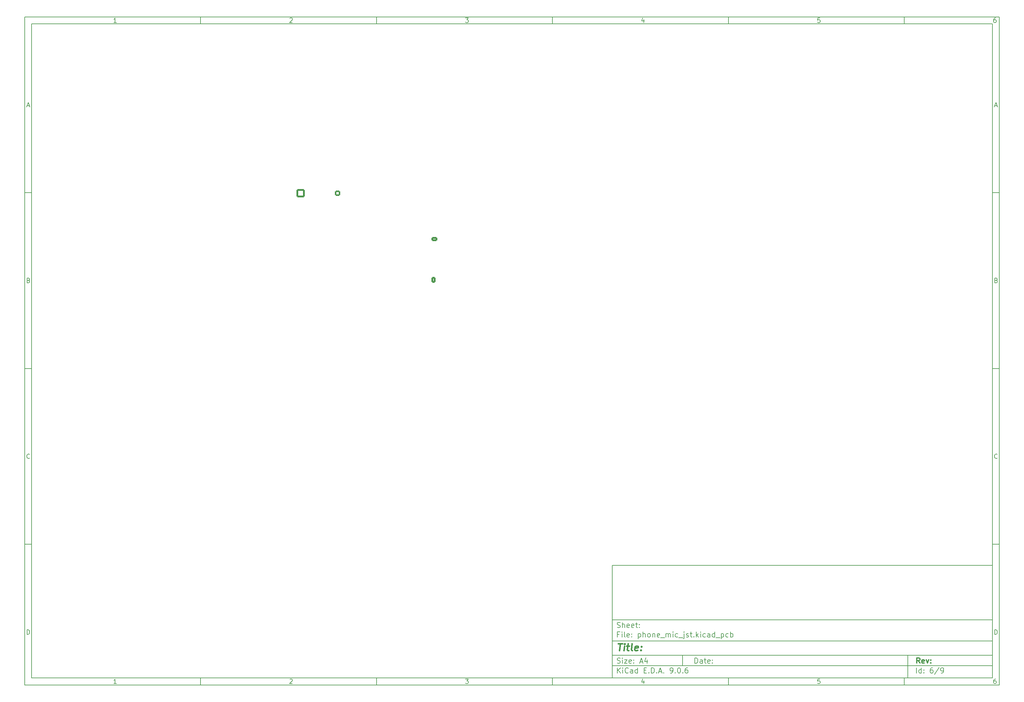
<source format=gbo>
%TF.GenerationSoftware,KiCad,Pcbnew,9.0.6-9.0.6~ubuntu24.04.1*%
%TF.CreationDate,2025-11-30T17:34:31+01:00*%
%TF.ProjectId,phone_mic_jst,70686f6e-655f-46d6-9963-5f6a73742e6b,rev?*%
%TF.SameCoordinates,Original*%
%TF.FileFunction,Legend,Bot*%
%TF.FilePolarity,Positive*%
%FSLAX46Y46*%
G04 Gerber Fmt 4.6, Leading zero omitted, Abs format (unit mm)*
G04 Created by KiCad (PCBNEW 9.0.6-9.0.6~ubuntu24.04.1) date 2025-11-30 17:34:31*
%MOMM*%
%LPD*%
G01*
G04 APERTURE LIST*
G04 Aperture macros list*
%AMRoundRect*
0 Rectangle with rounded corners*
0 $1 Rounding radius*
0 $2 $3 $4 $5 $6 $7 $8 $9 X,Y pos of 4 corners*
0 Add a 4 corners polygon primitive as box body*
4,1,4,$2,$3,$4,$5,$6,$7,$8,$9,$2,$3,0*
0 Add four circle primitives for the rounded corners*
1,1,$1+$1,$2,$3*
1,1,$1+$1,$4,$5*
1,1,$1+$1,$6,$7*
1,1,$1+$1,$8,$9*
0 Add four rect primitives between the rounded corners*
20,1,$1+$1,$2,$3,$4,$5,0*
20,1,$1+$1,$4,$5,$6,$7,0*
20,1,$1+$1,$6,$7,$8,$9,0*
20,1,$1+$1,$8,$9,$2,$3,0*%
G04 Aperture macros list end*
%ADD10C,0.100000*%
%ADD11C,0.150000*%
%ADD12C,0.300000*%
%ADD13C,0.400000*%
%ADD14R,1.800000X1.800000*%
%ADD15C,1.800000*%
%ADD16RoundRect,0.250000X0.350000X0.625000X-0.350000X0.625000X-0.350000X-0.625000X0.350000X-0.625000X0*%
%ADD17O,1.200000X1.750000*%
%ADD18C,1.600000*%
%ADD19C,3.500000*%
%ADD20RoundRect,0.250000X-0.625000X0.350000X-0.625000X-0.350000X0.625000X-0.350000X0.625000X0.350000X0*%
%ADD21O,1.750000X1.200000*%
%ADD22R,4.600000X2.000000*%
%ADD23O,4.200000X2.000000*%
%ADD24O,2.000000X4.200000*%
%ADD25RoundRect,0.250000X-0.550000X-0.550000X0.550000X-0.550000X0.550000X0.550000X-0.550000X0.550000X0*%
%ADD26RoundRect,0.250001X-0.949999X0.949999X-0.949999X-0.949999X0.949999X-0.949999X0.949999X0.949999X0*%
%ADD27C,2.400000*%
G04 APERTURE END LIST*
D10*
D11*
X177002200Y-166007200D02*
X285002200Y-166007200D01*
X285002200Y-198007200D01*
X177002200Y-198007200D01*
X177002200Y-166007200D01*
D10*
D11*
X10000000Y-10000000D02*
X287002200Y-10000000D01*
X287002200Y-200007200D01*
X10000000Y-200007200D01*
X10000000Y-10000000D01*
D10*
D11*
X12000000Y-12000000D02*
X285002200Y-12000000D01*
X285002200Y-198007200D01*
X12000000Y-198007200D01*
X12000000Y-12000000D01*
D10*
D11*
X60000000Y-12000000D02*
X60000000Y-10000000D01*
D10*
D11*
X110000000Y-12000000D02*
X110000000Y-10000000D01*
D10*
D11*
X160000000Y-12000000D02*
X160000000Y-10000000D01*
D10*
D11*
X210000000Y-12000000D02*
X210000000Y-10000000D01*
D10*
D11*
X260000000Y-12000000D02*
X260000000Y-10000000D01*
D10*
D11*
X36089160Y-11593604D02*
X35346303Y-11593604D01*
X35717731Y-11593604D02*
X35717731Y-10293604D01*
X35717731Y-10293604D02*
X35593922Y-10479319D01*
X35593922Y-10479319D02*
X35470112Y-10603128D01*
X35470112Y-10603128D02*
X35346303Y-10665033D01*
D10*
D11*
X85346303Y-10417414D02*
X85408207Y-10355509D01*
X85408207Y-10355509D02*
X85532017Y-10293604D01*
X85532017Y-10293604D02*
X85841541Y-10293604D01*
X85841541Y-10293604D02*
X85965350Y-10355509D01*
X85965350Y-10355509D02*
X86027255Y-10417414D01*
X86027255Y-10417414D02*
X86089160Y-10541223D01*
X86089160Y-10541223D02*
X86089160Y-10665033D01*
X86089160Y-10665033D02*
X86027255Y-10850747D01*
X86027255Y-10850747D02*
X85284398Y-11593604D01*
X85284398Y-11593604D02*
X86089160Y-11593604D01*
D10*
D11*
X135284398Y-10293604D02*
X136089160Y-10293604D01*
X136089160Y-10293604D02*
X135655826Y-10788842D01*
X135655826Y-10788842D02*
X135841541Y-10788842D01*
X135841541Y-10788842D02*
X135965350Y-10850747D01*
X135965350Y-10850747D02*
X136027255Y-10912652D01*
X136027255Y-10912652D02*
X136089160Y-11036461D01*
X136089160Y-11036461D02*
X136089160Y-11345985D01*
X136089160Y-11345985D02*
X136027255Y-11469795D01*
X136027255Y-11469795D02*
X135965350Y-11531700D01*
X135965350Y-11531700D02*
X135841541Y-11593604D01*
X135841541Y-11593604D02*
X135470112Y-11593604D01*
X135470112Y-11593604D02*
X135346303Y-11531700D01*
X135346303Y-11531700D02*
X135284398Y-11469795D01*
D10*
D11*
X185965350Y-10726938D02*
X185965350Y-11593604D01*
X185655826Y-10231700D02*
X185346303Y-11160271D01*
X185346303Y-11160271D02*
X186151064Y-11160271D01*
D10*
D11*
X236027255Y-10293604D02*
X235408207Y-10293604D01*
X235408207Y-10293604D02*
X235346303Y-10912652D01*
X235346303Y-10912652D02*
X235408207Y-10850747D01*
X235408207Y-10850747D02*
X235532017Y-10788842D01*
X235532017Y-10788842D02*
X235841541Y-10788842D01*
X235841541Y-10788842D02*
X235965350Y-10850747D01*
X235965350Y-10850747D02*
X236027255Y-10912652D01*
X236027255Y-10912652D02*
X236089160Y-11036461D01*
X236089160Y-11036461D02*
X236089160Y-11345985D01*
X236089160Y-11345985D02*
X236027255Y-11469795D01*
X236027255Y-11469795D02*
X235965350Y-11531700D01*
X235965350Y-11531700D02*
X235841541Y-11593604D01*
X235841541Y-11593604D02*
X235532017Y-11593604D01*
X235532017Y-11593604D02*
X235408207Y-11531700D01*
X235408207Y-11531700D02*
X235346303Y-11469795D01*
D10*
D11*
X285965350Y-10293604D02*
X285717731Y-10293604D01*
X285717731Y-10293604D02*
X285593922Y-10355509D01*
X285593922Y-10355509D02*
X285532017Y-10417414D01*
X285532017Y-10417414D02*
X285408207Y-10603128D01*
X285408207Y-10603128D02*
X285346303Y-10850747D01*
X285346303Y-10850747D02*
X285346303Y-11345985D01*
X285346303Y-11345985D02*
X285408207Y-11469795D01*
X285408207Y-11469795D02*
X285470112Y-11531700D01*
X285470112Y-11531700D02*
X285593922Y-11593604D01*
X285593922Y-11593604D02*
X285841541Y-11593604D01*
X285841541Y-11593604D02*
X285965350Y-11531700D01*
X285965350Y-11531700D02*
X286027255Y-11469795D01*
X286027255Y-11469795D02*
X286089160Y-11345985D01*
X286089160Y-11345985D02*
X286089160Y-11036461D01*
X286089160Y-11036461D02*
X286027255Y-10912652D01*
X286027255Y-10912652D02*
X285965350Y-10850747D01*
X285965350Y-10850747D02*
X285841541Y-10788842D01*
X285841541Y-10788842D02*
X285593922Y-10788842D01*
X285593922Y-10788842D02*
X285470112Y-10850747D01*
X285470112Y-10850747D02*
X285408207Y-10912652D01*
X285408207Y-10912652D02*
X285346303Y-11036461D01*
D10*
D11*
X60000000Y-198007200D02*
X60000000Y-200007200D01*
D10*
D11*
X110000000Y-198007200D02*
X110000000Y-200007200D01*
D10*
D11*
X160000000Y-198007200D02*
X160000000Y-200007200D01*
D10*
D11*
X210000000Y-198007200D02*
X210000000Y-200007200D01*
D10*
D11*
X260000000Y-198007200D02*
X260000000Y-200007200D01*
D10*
D11*
X36089160Y-199600804D02*
X35346303Y-199600804D01*
X35717731Y-199600804D02*
X35717731Y-198300804D01*
X35717731Y-198300804D02*
X35593922Y-198486519D01*
X35593922Y-198486519D02*
X35470112Y-198610328D01*
X35470112Y-198610328D02*
X35346303Y-198672233D01*
D10*
D11*
X85346303Y-198424614D02*
X85408207Y-198362709D01*
X85408207Y-198362709D02*
X85532017Y-198300804D01*
X85532017Y-198300804D02*
X85841541Y-198300804D01*
X85841541Y-198300804D02*
X85965350Y-198362709D01*
X85965350Y-198362709D02*
X86027255Y-198424614D01*
X86027255Y-198424614D02*
X86089160Y-198548423D01*
X86089160Y-198548423D02*
X86089160Y-198672233D01*
X86089160Y-198672233D02*
X86027255Y-198857947D01*
X86027255Y-198857947D02*
X85284398Y-199600804D01*
X85284398Y-199600804D02*
X86089160Y-199600804D01*
D10*
D11*
X135284398Y-198300804D02*
X136089160Y-198300804D01*
X136089160Y-198300804D02*
X135655826Y-198796042D01*
X135655826Y-198796042D02*
X135841541Y-198796042D01*
X135841541Y-198796042D02*
X135965350Y-198857947D01*
X135965350Y-198857947D02*
X136027255Y-198919852D01*
X136027255Y-198919852D02*
X136089160Y-199043661D01*
X136089160Y-199043661D02*
X136089160Y-199353185D01*
X136089160Y-199353185D02*
X136027255Y-199476995D01*
X136027255Y-199476995D02*
X135965350Y-199538900D01*
X135965350Y-199538900D02*
X135841541Y-199600804D01*
X135841541Y-199600804D02*
X135470112Y-199600804D01*
X135470112Y-199600804D02*
X135346303Y-199538900D01*
X135346303Y-199538900D02*
X135284398Y-199476995D01*
D10*
D11*
X185965350Y-198734138D02*
X185965350Y-199600804D01*
X185655826Y-198238900D02*
X185346303Y-199167471D01*
X185346303Y-199167471D02*
X186151064Y-199167471D01*
D10*
D11*
X236027255Y-198300804D02*
X235408207Y-198300804D01*
X235408207Y-198300804D02*
X235346303Y-198919852D01*
X235346303Y-198919852D02*
X235408207Y-198857947D01*
X235408207Y-198857947D02*
X235532017Y-198796042D01*
X235532017Y-198796042D02*
X235841541Y-198796042D01*
X235841541Y-198796042D02*
X235965350Y-198857947D01*
X235965350Y-198857947D02*
X236027255Y-198919852D01*
X236027255Y-198919852D02*
X236089160Y-199043661D01*
X236089160Y-199043661D02*
X236089160Y-199353185D01*
X236089160Y-199353185D02*
X236027255Y-199476995D01*
X236027255Y-199476995D02*
X235965350Y-199538900D01*
X235965350Y-199538900D02*
X235841541Y-199600804D01*
X235841541Y-199600804D02*
X235532017Y-199600804D01*
X235532017Y-199600804D02*
X235408207Y-199538900D01*
X235408207Y-199538900D02*
X235346303Y-199476995D01*
D10*
D11*
X285965350Y-198300804D02*
X285717731Y-198300804D01*
X285717731Y-198300804D02*
X285593922Y-198362709D01*
X285593922Y-198362709D02*
X285532017Y-198424614D01*
X285532017Y-198424614D02*
X285408207Y-198610328D01*
X285408207Y-198610328D02*
X285346303Y-198857947D01*
X285346303Y-198857947D02*
X285346303Y-199353185D01*
X285346303Y-199353185D02*
X285408207Y-199476995D01*
X285408207Y-199476995D02*
X285470112Y-199538900D01*
X285470112Y-199538900D02*
X285593922Y-199600804D01*
X285593922Y-199600804D02*
X285841541Y-199600804D01*
X285841541Y-199600804D02*
X285965350Y-199538900D01*
X285965350Y-199538900D02*
X286027255Y-199476995D01*
X286027255Y-199476995D02*
X286089160Y-199353185D01*
X286089160Y-199353185D02*
X286089160Y-199043661D01*
X286089160Y-199043661D02*
X286027255Y-198919852D01*
X286027255Y-198919852D02*
X285965350Y-198857947D01*
X285965350Y-198857947D02*
X285841541Y-198796042D01*
X285841541Y-198796042D02*
X285593922Y-198796042D01*
X285593922Y-198796042D02*
X285470112Y-198857947D01*
X285470112Y-198857947D02*
X285408207Y-198919852D01*
X285408207Y-198919852D02*
X285346303Y-199043661D01*
D10*
D11*
X10000000Y-60000000D02*
X12000000Y-60000000D01*
D10*
D11*
X10000000Y-110000000D02*
X12000000Y-110000000D01*
D10*
D11*
X10000000Y-160000000D02*
X12000000Y-160000000D01*
D10*
D11*
X10690476Y-35222176D02*
X11309523Y-35222176D01*
X10566666Y-35593604D02*
X10999999Y-34293604D01*
X10999999Y-34293604D02*
X11433333Y-35593604D01*
D10*
D11*
X11092857Y-84912652D02*
X11278571Y-84974557D01*
X11278571Y-84974557D02*
X11340476Y-85036461D01*
X11340476Y-85036461D02*
X11402380Y-85160271D01*
X11402380Y-85160271D02*
X11402380Y-85345985D01*
X11402380Y-85345985D02*
X11340476Y-85469795D01*
X11340476Y-85469795D02*
X11278571Y-85531700D01*
X11278571Y-85531700D02*
X11154761Y-85593604D01*
X11154761Y-85593604D02*
X10659523Y-85593604D01*
X10659523Y-85593604D02*
X10659523Y-84293604D01*
X10659523Y-84293604D02*
X11092857Y-84293604D01*
X11092857Y-84293604D02*
X11216666Y-84355509D01*
X11216666Y-84355509D02*
X11278571Y-84417414D01*
X11278571Y-84417414D02*
X11340476Y-84541223D01*
X11340476Y-84541223D02*
X11340476Y-84665033D01*
X11340476Y-84665033D02*
X11278571Y-84788842D01*
X11278571Y-84788842D02*
X11216666Y-84850747D01*
X11216666Y-84850747D02*
X11092857Y-84912652D01*
X11092857Y-84912652D02*
X10659523Y-84912652D01*
D10*
D11*
X11402380Y-135469795D02*
X11340476Y-135531700D01*
X11340476Y-135531700D02*
X11154761Y-135593604D01*
X11154761Y-135593604D02*
X11030952Y-135593604D01*
X11030952Y-135593604D02*
X10845238Y-135531700D01*
X10845238Y-135531700D02*
X10721428Y-135407890D01*
X10721428Y-135407890D02*
X10659523Y-135284080D01*
X10659523Y-135284080D02*
X10597619Y-135036461D01*
X10597619Y-135036461D02*
X10597619Y-134850747D01*
X10597619Y-134850747D02*
X10659523Y-134603128D01*
X10659523Y-134603128D02*
X10721428Y-134479319D01*
X10721428Y-134479319D02*
X10845238Y-134355509D01*
X10845238Y-134355509D02*
X11030952Y-134293604D01*
X11030952Y-134293604D02*
X11154761Y-134293604D01*
X11154761Y-134293604D02*
X11340476Y-134355509D01*
X11340476Y-134355509D02*
X11402380Y-134417414D01*
D10*
D11*
X10659523Y-185593604D02*
X10659523Y-184293604D01*
X10659523Y-184293604D02*
X10969047Y-184293604D01*
X10969047Y-184293604D02*
X11154761Y-184355509D01*
X11154761Y-184355509D02*
X11278571Y-184479319D01*
X11278571Y-184479319D02*
X11340476Y-184603128D01*
X11340476Y-184603128D02*
X11402380Y-184850747D01*
X11402380Y-184850747D02*
X11402380Y-185036461D01*
X11402380Y-185036461D02*
X11340476Y-185284080D01*
X11340476Y-185284080D02*
X11278571Y-185407890D01*
X11278571Y-185407890D02*
X11154761Y-185531700D01*
X11154761Y-185531700D02*
X10969047Y-185593604D01*
X10969047Y-185593604D02*
X10659523Y-185593604D01*
D10*
D11*
X287002200Y-60000000D02*
X285002200Y-60000000D01*
D10*
D11*
X287002200Y-110000000D02*
X285002200Y-110000000D01*
D10*
D11*
X287002200Y-160000000D02*
X285002200Y-160000000D01*
D10*
D11*
X285692676Y-35222176D02*
X286311723Y-35222176D01*
X285568866Y-35593604D02*
X286002199Y-34293604D01*
X286002199Y-34293604D02*
X286435533Y-35593604D01*
D10*
D11*
X286095057Y-84912652D02*
X286280771Y-84974557D01*
X286280771Y-84974557D02*
X286342676Y-85036461D01*
X286342676Y-85036461D02*
X286404580Y-85160271D01*
X286404580Y-85160271D02*
X286404580Y-85345985D01*
X286404580Y-85345985D02*
X286342676Y-85469795D01*
X286342676Y-85469795D02*
X286280771Y-85531700D01*
X286280771Y-85531700D02*
X286156961Y-85593604D01*
X286156961Y-85593604D02*
X285661723Y-85593604D01*
X285661723Y-85593604D02*
X285661723Y-84293604D01*
X285661723Y-84293604D02*
X286095057Y-84293604D01*
X286095057Y-84293604D02*
X286218866Y-84355509D01*
X286218866Y-84355509D02*
X286280771Y-84417414D01*
X286280771Y-84417414D02*
X286342676Y-84541223D01*
X286342676Y-84541223D02*
X286342676Y-84665033D01*
X286342676Y-84665033D02*
X286280771Y-84788842D01*
X286280771Y-84788842D02*
X286218866Y-84850747D01*
X286218866Y-84850747D02*
X286095057Y-84912652D01*
X286095057Y-84912652D02*
X285661723Y-84912652D01*
D10*
D11*
X286404580Y-135469795D02*
X286342676Y-135531700D01*
X286342676Y-135531700D02*
X286156961Y-135593604D01*
X286156961Y-135593604D02*
X286033152Y-135593604D01*
X286033152Y-135593604D02*
X285847438Y-135531700D01*
X285847438Y-135531700D02*
X285723628Y-135407890D01*
X285723628Y-135407890D02*
X285661723Y-135284080D01*
X285661723Y-135284080D02*
X285599819Y-135036461D01*
X285599819Y-135036461D02*
X285599819Y-134850747D01*
X285599819Y-134850747D02*
X285661723Y-134603128D01*
X285661723Y-134603128D02*
X285723628Y-134479319D01*
X285723628Y-134479319D02*
X285847438Y-134355509D01*
X285847438Y-134355509D02*
X286033152Y-134293604D01*
X286033152Y-134293604D02*
X286156961Y-134293604D01*
X286156961Y-134293604D02*
X286342676Y-134355509D01*
X286342676Y-134355509D02*
X286404580Y-134417414D01*
D10*
D11*
X285661723Y-185593604D02*
X285661723Y-184293604D01*
X285661723Y-184293604D02*
X285971247Y-184293604D01*
X285971247Y-184293604D02*
X286156961Y-184355509D01*
X286156961Y-184355509D02*
X286280771Y-184479319D01*
X286280771Y-184479319D02*
X286342676Y-184603128D01*
X286342676Y-184603128D02*
X286404580Y-184850747D01*
X286404580Y-184850747D02*
X286404580Y-185036461D01*
X286404580Y-185036461D02*
X286342676Y-185284080D01*
X286342676Y-185284080D02*
X286280771Y-185407890D01*
X286280771Y-185407890D02*
X286156961Y-185531700D01*
X286156961Y-185531700D02*
X285971247Y-185593604D01*
X285971247Y-185593604D02*
X285661723Y-185593604D01*
D10*
D11*
X200458026Y-193793328D02*
X200458026Y-192293328D01*
X200458026Y-192293328D02*
X200815169Y-192293328D01*
X200815169Y-192293328D02*
X201029455Y-192364757D01*
X201029455Y-192364757D02*
X201172312Y-192507614D01*
X201172312Y-192507614D02*
X201243741Y-192650471D01*
X201243741Y-192650471D02*
X201315169Y-192936185D01*
X201315169Y-192936185D02*
X201315169Y-193150471D01*
X201315169Y-193150471D02*
X201243741Y-193436185D01*
X201243741Y-193436185D02*
X201172312Y-193579042D01*
X201172312Y-193579042D02*
X201029455Y-193721900D01*
X201029455Y-193721900D02*
X200815169Y-193793328D01*
X200815169Y-193793328D02*
X200458026Y-193793328D01*
X202600884Y-193793328D02*
X202600884Y-193007614D01*
X202600884Y-193007614D02*
X202529455Y-192864757D01*
X202529455Y-192864757D02*
X202386598Y-192793328D01*
X202386598Y-192793328D02*
X202100884Y-192793328D01*
X202100884Y-192793328D02*
X201958026Y-192864757D01*
X202600884Y-193721900D02*
X202458026Y-193793328D01*
X202458026Y-193793328D02*
X202100884Y-193793328D01*
X202100884Y-193793328D02*
X201958026Y-193721900D01*
X201958026Y-193721900D02*
X201886598Y-193579042D01*
X201886598Y-193579042D02*
X201886598Y-193436185D01*
X201886598Y-193436185D02*
X201958026Y-193293328D01*
X201958026Y-193293328D02*
X202100884Y-193221900D01*
X202100884Y-193221900D02*
X202458026Y-193221900D01*
X202458026Y-193221900D02*
X202600884Y-193150471D01*
X203100884Y-192793328D02*
X203672312Y-192793328D01*
X203315169Y-192293328D02*
X203315169Y-193579042D01*
X203315169Y-193579042D02*
X203386598Y-193721900D01*
X203386598Y-193721900D02*
X203529455Y-193793328D01*
X203529455Y-193793328D02*
X203672312Y-193793328D01*
X204743741Y-193721900D02*
X204600884Y-193793328D01*
X204600884Y-193793328D02*
X204315170Y-193793328D01*
X204315170Y-193793328D02*
X204172312Y-193721900D01*
X204172312Y-193721900D02*
X204100884Y-193579042D01*
X204100884Y-193579042D02*
X204100884Y-193007614D01*
X204100884Y-193007614D02*
X204172312Y-192864757D01*
X204172312Y-192864757D02*
X204315170Y-192793328D01*
X204315170Y-192793328D02*
X204600884Y-192793328D01*
X204600884Y-192793328D02*
X204743741Y-192864757D01*
X204743741Y-192864757D02*
X204815170Y-193007614D01*
X204815170Y-193007614D02*
X204815170Y-193150471D01*
X204815170Y-193150471D02*
X204100884Y-193293328D01*
X205458026Y-193650471D02*
X205529455Y-193721900D01*
X205529455Y-193721900D02*
X205458026Y-193793328D01*
X205458026Y-193793328D02*
X205386598Y-193721900D01*
X205386598Y-193721900D02*
X205458026Y-193650471D01*
X205458026Y-193650471D02*
X205458026Y-193793328D01*
X205458026Y-192864757D02*
X205529455Y-192936185D01*
X205529455Y-192936185D02*
X205458026Y-193007614D01*
X205458026Y-193007614D02*
X205386598Y-192936185D01*
X205386598Y-192936185D02*
X205458026Y-192864757D01*
X205458026Y-192864757D02*
X205458026Y-193007614D01*
D10*
D11*
X177002200Y-194507200D02*
X285002200Y-194507200D01*
D10*
D11*
X178458026Y-196593328D02*
X178458026Y-195093328D01*
X179315169Y-196593328D02*
X178672312Y-195736185D01*
X179315169Y-195093328D02*
X178458026Y-195950471D01*
X179958026Y-196593328D02*
X179958026Y-195593328D01*
X179958026Y-195093328D02*
X179886598Y-195164757D01*
X179886598Y-195164757D02*
X179958026Y-195236185D01*
X179958026Y-195236185D02*
X180029455Y-195164757D01*
X180029455Y-195164757D02*
X179958026Y-195093328D01*
X179958026Y-195093328D02*
X179958026Y-195236185D01*
X181529455Y-196450471D02*
X181458027Y-196521900D01*
X181458027Y-196521900D02*
X181243741Y-196593328D01*
X181243741Y-196593328D02*
X181100884Y-196593328D01*
X181100884Y-196593328D02*
X180886598Y-196521900D01*
X180886598Y-196521900D02*
X180743741Y-196379042D01*
X180743741Y-196379042D02*
X180672312Y-196236185D01*
X180672312Y-196236185D02*
X180600884Y-195950471D01*
X180600884Y-195950471D02*
X180600884Y-195736185D01*
X180600884Y-195736185D02*
X180672312Y-195450471D01*
X180672312Y-195450471D02*
X180743741Y-195307614D01*
X180743741Y-195307614D02*
X180886598Y-195164757D01*
X180886598Y-195164757D02*
X181100884Y-195093328D01*
X181100884Y-195093328D02*
X181243741Y-195093328D01*
X181243741Y-195093328D02*
X181458027Y-195164757D01*
X181458027Y-195164757D02*
X181529455Y-195236185D01*
X182815170Y-196593328D02*
X182815170Y-195807614D01*
X182815170Y-195807614D02*
X182743741Y-195664757D01*
X182743741Y-195664757D02*
X182600884Y-195593328D01*
X182600884Y-195593328D02*
X182315170Y-195593328D01*
X182315170Y-195593328D02*
X182172312Y-195664757D01*
X182815170Y-196521900D02*
X182672312Y-196593328D01*
X182672312Y-196593328D02*
X182315170Y-196593328D01*
X182315170Y-196593328D02*
X182172312Y-196521900D01*
X182172312Y-196521900D02*
X182100884Y-196379042D01*
X182100884Y-196379042D02*
X182100884Y-196236185D01*
X182100884Y-196236185D02*
X182172312Y-196093328D01*
X182172312Y-196093328D02*
X182315170Y-196021900D01*
X182315170Y-196021900D02*
X182672312Y-196021900D01*
X182672312Y-196021900D02*
X182815170Y-195950471D01*
X184172313Y-196593328D02*
X184172313Y-195093328D01*
X184172313Y-196521900D02*
X184029455Y-196593328D01*
X184029455Y-196593328D02*
X183743741Y-196593328D01*
X183743741Y-196593328D02*
X183600884Y-196521900D01*
X183600884Y-196521900D02*
X183529455Y-196450471D01*
X183529455Y-196450471D02*
X183458027Y-196307614D01*
X183458027Y-196307614D02*
X183458027Y-195879042D01*
X183458027Y-195879042D02*
X183529455Y-195736185D01*
X183529455Y-195736185D02*
X183600884Y-195664757D01*
X183600884Y-195664757D02*
X183743741Y-195593328D01*
X183743741Y-195593328D02*
X184029455Y-195593328D01*
X184029455Y-195593328D02*
X184172313Y-195664757D01*
X186029455Y-195807614D02*
X186529455Y-195807614D01*
X186743741Y-196593328D02*
X186029455Y-196593328D01*
X186029455Y-196593328D02*
X186029455Y-195093328D01*
X186029455Y-195093328D02*
X186743741Y-195093328D01*
X187386598Y-196450471D02*
X187458027Y-196521900D01*
X187458027Y-196521900D02*
X187386598Y-196593328D01*
X187386598Y-196593328D02*
X187315170Y-196521900D01*
X187315170Y-196521900D02*
X187386598Y-196450471D01*
X187386598Y-196450471D02*
X187386598Y-196593328D01*
X188100884Y-196593328D02*
X188100884Y-195093328D01*
X188100884Y-195093328D02*
X188458027Y-195093328D01*
X188458027Y-195093328D02*
X188672313Y-195164757D01*
X188672313Y-195164757D02*
X188815170Y-195307614D01*
X188815170Y-195307614D02*
X188886599Y-195450471D01*
X188886599Y-195450471D02*
X188958027Y-195736185D01*
X188958027Y-195736185D02*
X188958027Y-195950471D01*
X188958027Y-195950471D02*
X188886599Y-196236185D01*
X188886599Y-196236185D02*
X188815170Y-196379042D01*
X188815170Y-196379042D02*
X188672313Y-196521900D01*
X188672313Y-196521900D02*
X188458027Y-196593328D01*
X188458027Y-196593328D02*
X188100884Y-196593328D01*
X189600884Y-196450471D02*
X189672313Y-196521900D01*
X189672313Y-196521900D02*
X189600884Y-196593328D01*
X189600884Y-196593328D02*
X189529456Y-196521900D01*
X189529456Y-196521900D02*
X189600884Y-196450471D01*
X189600884Y-196450471D02*
X189600884Y-196593328D01*
X190243742Y-196164757D02*
X190958028Y-196164757D01*
X190100885Y-196593328D02*
X190600885Y-195093328D01*
X190600885Y-195093328D02*
X191100885Y-196593328D01*
X191600884Y-196450471D02*
X191672313Y-196521900D01*
X191672313Y-196521900D02*
X191600884Y-196593328D01*
X191600884Y-196593328D02*
X191529456Y-196521900D01*
X191529456Y-196521900D02*
X191600884Y-196450471D01*
X191600884Y-196450471D02*
X191600884Y-196593328D01*
X193529456Y-196593328D02*
X193815170Y-196593328D01*
X193815170Y-196593328D02*
X193958027Y-196521900D01*
X193958027Y-196521900D02*
X194029456Y-196450471D01*
X194029456Y-196450471D02*
X194172313Y-196236185D01*
X194172313Y-196236185D02*
X194243742Y-195950471D01*
X194243742Y-195950471D02*
X194243742Y-195379042D01*
X194243742Y-195379042D02*
X194172313Y-195236185D01*
X194172313Y-195236185D02*
X194100885Y-195164757D01*
X194100885Y-195164757D02*
X193958027Y-195093328D01*
X193958027Y-195093328D02*
X193672313Y-195093328D01*
X193672313Y-195093328D02*
X193529456Y-195164757D01*
X193529456Y-195164757D02*
X193458027Y-195236185D01*
X193458027Y-195236185D02*
X193386599Y-195379042D01*
X193386599Y-195379042D02*
X193386599Y-195736185D01*
X193386599Y-195736185D02*
X193458027Y-195879042D01*
X193458027Y-195879042D02*
X193529456Y-195950471D01*
X193529456Y-195950471D02*
X193672313Y-196021900D01*
X193672313Y-196021900D02*
X193958027Y-196021900D01*
X193958027Y-196021900D02*
X194100885Y-195950471D01*
X194100885Y-195950471D02*
X194172313Y-195879042D01*
X194172313Y-195879042D02*
X194243742Y-195736185D01*
X194886598Y-196450471D02*
X194958027Y-196521900D01*
X194958027Y-196521900D02*
X194886598Y-196593328D01*
X194886598Y-196593328D02*
X194815170Y-196521900D01*
X194815170Y-196521900D02*
X194886598Y-196450471D01*
X194886598Y-196450471D02*
X194886598Y-196593328D01*
X195886599Y-195093328D02*
X196029456Y-195093328D01*
X196029456Y-195093328D02*
X196172313Y-195164757D01*
X196172313Y-195164757D02*
X196243742Y-195236185D01*
X196243742Y-195236185D02*
X196315170Y-195379042D01*
X196315170Y-195379042D02*
X196386599Y-195664757D01*
X196386599Y-195664757D02*
X196386599Y-196021900D01*
X196386599Y-196021900D02*
X196315170Y-196307614D01*
X196315170Y-196307614D02*
X196243742Y-196450471D01*
X196243742Y-196450471D02*
X196172313Y-196521900D01*
X196172313Y-196521900D02*
X196029456Y-196593328D01*
X196029456Y-196593328D02*
X195886599Y-196593328D01*
X195886599Y-196593328D02*
X195743742Y-196521900D01*
X195743742Y-196521900D02*
X195672313Y-196450471D01*
X195672313Y-196450471D02*
X195600884Y-196307614D01*
X195600884Y-196307614D02*
X195529456Y-196021900D01*
X195529456Y-196021900D02*
X195529456Y-195664757D01*
X195529456Y-195664757D02*
X195600884Y-195379042D01*
X195600884Y-195379042D02*
X195672313Y-195236185D01*
X195672313Y-195236185D02*
X195743742Y-195164757D01*
X195743742Y-195164757D02*
X195886599Y-195093328D01*
X197029455Y-196450471D02*
X197100884Y-196521900D01*
X197100884Y-196521900D02*
X197029455Y-196593328D01*
X197029455Y-196593328D02*
X196958027Y-196521900D01*
X196958027Y-196521900D02*
X197029455Y-196450471D01*
X197029455Y-196450471D02*
X197029455Y-196593328D01*
X198386599Y-195093328D02*
X198100884Y-195093328D01*
X198100884Y-195093328D02*
X197958027Y-195164757D01*
X197958027Y-195164757D02*
X197886599Y-195236185D01*
X197886599Y-195236185D02*
X197743741Y-195450471D01*
X197743741Y-195450471D02*
X197672313Y-195736185D01*
X197672313Y-195736185D02*
X197672313Y-196307614D01*
X197672313Y-196307614D02*
X197743741Y-196450471D01*
X197743741Y-196450471D02*
X197815170Y-196521900D01*
X197815170Y-196521900D02*
X197958027Y-196593328D01*
X197958027Y-196593328D02*
X198243741Y-196593328D01*
X198243741Y-196593328D02*
X198386599Y-196521900D01*
X198386599Y-196521900D02*
X198458027Y-196450471D01*
X198458027Y-196450471D02*
X198529456Y-196307614D01*
X198529456Y-196307614D02*
X198529456Y-195950471D01*
X198529456Y-195950471D02*
X198458027Y-195807614D01*
X198458027Y-195807614D02*
X198386599Y-195736185D01*
X198386599Y-195736185D02*
X198243741Y-195664757D01*
X198243741Y-195664757D02*
X197958027Y-195664757D01*
X197958027Y-195664757D02*
X197815170Y-195736185D01*
X197815170Y-195736185D02*
X197743741Y-195807614D01*
X197743741Y-195807614D02*
X197672313Y-195950471D01*
D10*
D11*
X177002200Y-191507200D02*
X285002200Y-191507200D01*
D10*
D12*
X264413853Y-193785528D02*
X263913853Y-193071242D01*
X263556710Y-193785528D02*
X263556710Y-192285528D01*
X263556710Y-192285528D02*
X264128139Y-192285528D01*
X264128139Y-192285528D02*
X264270996Y-192356957D01*
X264270996Y-192356957D02*
X264342425Y-192428385D01*
X264342425Y-192428385D02*
X264413853Y-192571242D01*
X264413853Y-192571242D02*
X264413853Y-192785528D01*
X264413853Y-192785528D02*
X264342425Y-192928385D01*
X264342425Y-192928385D02*
X264270996Y-192999814D01*
X264270996Y-192999814D02*
X264128139Y-193071242D01*
X264128139Y-193071242D02*
X263556710Y-193071242D01*
X265628139Y-193714100D02*
X265485282Y-193785528D01*
X265485282Y-193785528D02*
X265199568Y-193785528D01*
X265199568Y-193785528D02*
X265056710Y-193714100D01*
X265056710Y-193714100D02*
X264985282Y-193571242D01*
X264985282Y-193571242D02*
X264985282Y-192999814D01*
X264985282Y-192999814D02*
X265056710Y-192856957D01*
X265056710Y-192856957D02*
X265199568Y-192785528D01*
X265199568Y-192785528D02*
X265485282Y-192785528D01*
X265485282Y-192785528D02*
X265628139Y-192856957D01*
X265628139Y-192856957D02*
X265699568Y-192999814D01*
X265699568Y-192999814D02*
X265699568Y-193142671D01*
X265699568Y-193142671D02*
X264985282Y-193285528D01*
X266199567Y-192785528D02*
X266556710Y-193785528D01*
X266556710Y-193785528D02*
X266913853Y-192785528D01*
X267485281Y-193642671D02*
X267556710Y-193714100D01*
X267556710Y-193714100D02*
X267485281Y-193785528D01*
X267485281Y-193785528D02*
X267413853Y-193714100D01*
X267413853Y-193714100D02*
X267485281Y-193642671D01*
X267485281Y-193642671D02*
X267485281Y-193785528D01*
X267485281Y-192856957D02*
X267556710Y-192928385D01*
X267556710Y-192928385D02*
X267485281Y-192999814D01*
X267485281Y-192999814D02*
X267413853Y-192928385D01*
X267413853Y-192928385D02*
X267485281Y-192856957D01*
X267485281Y-192856957D02*
X267485281Y-192999814D01*
D10*
D11*
X178386598Y-193721900D02*
X178600884Y-193793328D01*
X178600884Y-193793328D02*
X178958026Y-193793328D01*
X178958026Y-193793328D02*
X179100884Y-193721900D01*
X179100884Y-193721900D02*
X179172312Y-193650471D01*
X179172312Y-193650471D02*
X179243741Y-193507614D01*
X179243741Y-193507614D02*
X179243741Y-193364757D01*
X179243741Y-193364757D02*
X179172312Y-193221900D01*
X179172312Y-193221900D02*
X179100884Y-193150471D01*
X179100884Y-193150471D02*
X178958026Y-193079042D01*
X178958026Y-193079042D02*
X178672312Y-193007614D01*
X178672312Y-193007614D02*
X178529455Y-192936185D01*
X178529455Y-192936185D02*
X178458026Y-192864757D01*
X178458026Y-192864757D02*
X178386598Y-192721900D01*
X178386598Y-192721900D02*
X178386598Y-192579042D01*
X178386598Y-192579042D02*
X178458026Y-192436185D01*
X178458026Y-192436185D02*
X178529455Y-192364757D01*
X178529455Y-192364757D02*
X178672312Y-192293328D01*
X178672312Y-192293328D02*
X179029455Y-192293328D01*
X179029455Y-192293328D02*
X179243741Y-192364757D01*
X179886597Y-193793328D02*
X179886597Y-192793328D01*
X179886597Y-192293328D02*
X179815169Y-192364757D01*
X179815169Y-192364757D02*
X179886597Y-192436185D01*
X179886597Y-192436185D02*
X179958026Y-192364757D01*
X179958026Y-192364757D02*
X179886597Y-192293328D01*
X179886597Y-192293328D02*
X179886597Y-192436185D01*
X180458026Y-192793328D02*
X181243741Y-192793328D01*
X181243741Y-192793328D02*
X180458026Y-193793328D01*
X180458026Y-193793328D02*
X181243741Y-193793328D01*
X182386598Y-193721900D02*
X182243741Y-193793328D01*
X182243741Y-193793328D02*
X181958027Y-193793328D01*
X181958027Y-193793328D02*
X181815169Y-193721900D01*
X181815169Y-193721900D02*
X181743741Y-193579042D01*
X181743741Y-193579042D02*
X181743741Y-193007614D01*
X181743741Y-193007614D02*
X181815169Y-192864757D01*
X181815169Y-192864757D02*
X181958027Y-192793328D01*
X181958027Y-192793328D02*
X182243741Y-192793328D01*
X182243741Y-192793328D02*
X182386598Y-192864757D01*
X182386598Y-192864757D02*
X182458027Y-193007614D01*
X182458027Y-193007614D02*
X182458027Y-193150471D01*
X182458027Y-193150471D02*
X181743741Y-193293328D01*
X183100883Y-193650471D02*
X183172312Y-193721900D01*
X183172312Y-193721900D02*
X183100883Y-193793328D01*
X183100883Y-193793328D02*
X183029455Y-193721900D01*
X183029455Y-193721900D02*
X183100883Y-193650471D01*
X183100883Y-193650471D02*
X183100883Y-193793328D01*
X183100883Y-192864757D02*
X183172312Y-192936185D01*
X183172312Y-192936185D02*
X183100883Y-193007614D01*
X183100883Y-193007614D02*
X183029455Y-192936185D01*
X183029455Y-192936185D02*
X183100883Y-192864757D01*
X183100883Y-192864757D02*
X183100883Y-193007614D01*
X184886598Y-193364757D02*
X185600884Y-193364757D01*
X184743741Y-193793328D02*
X185243741Y-192293328D01*
X185243741Y-192293328D02*
X185743741Y-193793328D01*
X186886598Y-192793328D02*
X186886598Y-193793328D01*
X186529455Y-192221900D02*
X186172312Y-193293328D01*
X186172312Y-193293328D02*
X187100883Y-193293328D01*
D10*
D11*
X263458026Y-196593328D02*
X263458026Y-195093328D01*
X264815170Y-196593328D02*
X264815170Y-195093328D01*
X264815170Y-196521900D02*
X264672312Y-196593328D01*
X264672312Y-196593328D02*
X264386598Y-196593328D01*
X264386598Y-196593328D02*
X264243741Y-196521900D01*
X264243741Y-196521900D02*
X264172312Y-196450471D01*
X264172312Y-196450471D02*
X264100884Y-196307614D01*
X264100884Y-196307614D02*
X264100884Y-195879042D01*
X264100884Y-195879042D02*
X264172312Y-195736185D01*
X264172312Y-195736185D02*
X264243741Y-195664757D01*
X264243741Y-195664757D02*
X264386598Y-195593328D01*
X264386598Y-195593328D02*
X264672312Y-195593328D01*
X264672312Y-195593328D02*
X264815170Y-195664757D01*
X265529455Y-196450471D02*
X265600884Y-196521900D01*
X265600884Y-196521900D02*
X265529455Y-196593328D01*
X265529455Y-196593328D02*
X265458027Y-196521900D01*
X265458027Y-196521900D02*
X265529455Y-196450471D01*
X265529455Y-196450471D02*
X265529455Y-196593328D01*
X265529455Y-195664757D02*
X265600884Y-195736185D01*
X265600884Y-195736185D02*
X265529455Y-195807614D01*
X265529455Y-195807614D02*
X265458027Y-195736185D01*
X265458027Y-195736185D02*
X265529455Y-195664757D01*
X265529455Y-195664757D02*
X265529455Y-195807614D01*
X268029456Y-195093328D02*
X267743741Y-195093328D01*
X267743741Y-195093328D02*
X267600884Y-195164757D01*
X267600884Y-195164757D02*
X267529456Y-195236185D01*
X267529456Y-195236185D02*
X267386598Y-195450471D01*
X267386598Y-195450471D02*
X267315170Y-195736185D01*
X267315170Y-195736185D02*
X267315170Y-196307614D01*
X267315170Y-196307614D02*
X267386598Y-196450471D01*
X267386598Y-196450471D02*
X267458027Y-196521900D01*
X267458027Y-196521900D02*
X267600884Y-196593328D01*
X267600884Y-196593328D02*
X267886598Y-196593328D01*
X267886598Y-196593328D02*
X268029456Y-196521900D01*
X268029456Y-196521900D02*
X268100884Y-196450471D01*
X268100884Y-196450471D02*
X268172313Y-196307614D01*
X268172313Y-196307614D02*
X268172313Y-195950471D01*
X268172313Y-195950471D02*
X268100884Y-195807614D01*
X268100884Y-195807614D02*
X268029456Y-195736185D01*
X268029456Y-195736185D02*
X267886598Y-195664757D01*
X267886598Y-195664757D02*
X267600884Y-195664757D01*
X267600884Y-195664757D02*
X267458027Y-195736185D01*
X267458027Y-195736185D02*
X267386598Y-195807614D01*
X267386598Y-195807614D02*
X267315170Y-195950471D01*
X269886598Y-195021900D02*
X268600884Y-196950471D01*
X270458027Y-196593328D02*
X270743741Y-196593328D01*
X270743741Y-196593328D02*
X270886598Y-196521900D01*
X270886598Y-196521900D02*
X270958027Y-196450471D01*
X270958027Y-196450471D02*
X271100884Y-196236185D01*
X271100884Y-196236185D02*
X271172313Y-195950471D01*
X271172313Y-195950471D02*
X271172313Y-195379042D01*
X271172313Y-195379042D02*
X271100884Y-195236185D01*
X271100884Y-195236185D02*
X271029456Y-195164757D01*
X271029456Y-195164757D02*
X270886598Y-195093328D01*
X270886598Y-195093328D02*
X270600884Y-195093328D01*
X270600884Y-195093328D02*
X270458027Y-195164757D01*
X270458027Y-195164757D02*
X270386598Y-195236185D01*
X270386598Y-195236185D02*
X270315170Y-195379042D01*
X270315170Y-195379042D02*
X270315170Y-195736185D01*
X270315170Y-195736185D02*
X270386598Y-195879042D01*
X270386598Y-195879042D02*
X270458027Y-195950471D01*
X270458027Y-195950471D02*
X270600884Y-196021900D01*
X270600884Y-196021900D02*
X270886598Y-196021900D01*
X270886598Y-196021900D02*
X271029456Y-195950471D01*
X271029456Y-195950471D02*
X271100884Y-195879042D01*
X271100884Y-195879042D02*
X271172313Y-195736185D01*
D10*
D11*
X177002200Y-187507200D02*
X285002200Y-187507200D01*
D10*
D13*
X178693928Y-188211638D02*
X179836785Y-188211638D01*
X179015357Y-190211638D02*
X179265357Y-188211638D01*
X180253452Y-190211638D02*
X180420119Y-188878304D01*
X180503452Y-188211638D02*
X180396309Y-188306876D01*
X180396309Y-188306876D02*
X180479643Y-188402114D01*
X180479643Y-188402114D02*
X180586786Y-188306876D01*
X180586786Y-188306876D02*
X180503452Y-188211638D01*
X180503452Y-188211638D02*
X180479643Y-188402114D01*
X181086786Y-188878304D02*
X181848690Y-188878304D01*
X181455833Y-188211638D02*
X181241548Y-189925923D01*
X181241548Y-189925923D02*
X181312976Y-190116400D01*
X181312976Y-190116400D02*
X181491548Y-190211638D01*
X181491548Y-190211638D02*
X181682024Y-190211638D01*
X182634405Y-190211638D02*
X182455833Y-190116400D01*
X182455833Y-190116400D02*
X182384405Y-189925923D01*
X182384405Y-189925923D02*
X182598690Y-188211638D01*
X184170119Y-190116400D02*
X183967738Y-190211638D01*
X183967738Y-190211638D02*
X183586785Y-190211638D01*
X183586785Y-190211638D02*
X183408214Y-190116400D01*
X183408214Y-190116400D02*
X183336785Y-189925923D01*
X183336785Y-189925923D02*
X183432024Y-189164019D01*
X183432024Y-189164019D02*
X183551071Y-188973542D01*
X183551071Y-188973542D02*
X183753452Y-188878304D01*
X183753452Y-188878304D02*
X184134404Y-188878304D01*
X184134404Y-188878304D02*
X184312976Y-188973542D01*
X184312976Y-188973542D02*
X184384404Y-189164019D01*
X184384404Y-189164019D02*
X184360595Y-189354495D01*
X184360595Y-189354495D02*
X183384404Y-189544971D01*
X185134405Y-190021161D02*
X185217738Y-190116400D01*
X185217738Y-190116400D02*
X185110595Y-190211638D01*
X185110595Y-190211638D02*
X185027262Y-190116400D01*
X185027262Y-190116400D02*
X185134405Y-190021161D01*
X185134405Y-190021161D02*
X185110595Y-190211638D01*
X185265357Y-188973542D02*
X185348690Y-189068780D01*
X185348690Y-189068780D02*
X185241548Y-189164019D01*
X185241548Y-189164019D02*
X185158214Y-189068780D01*
X185158214Y-189068780D02*
X185265357Y-188973542D01*
X185265357Y-188973542D02*
X185241548Y-189164019D01*
D10*
D11*
X178958026Y-185607614D02*
X178458026Y-185607614D01*
X178458026Y-186393328D02*
X178458026Y-184893328D01*
X178458026Y-184893328D02*
X179172312Y-184893328D01*
X179743740Y-186393328D02*
X179743740Y-185393328D01*
X179743740Y-184893328D02*
X179672312Y-184964757D01*
X179672312Y-184964757D02*
X179743740Y-185036185D01*
X179743740Y-185036185D02*
X179815169Y-184964757D01*
X179815169Y-184964757D02*
X179743740Y-184893328D01*
X179743740Y-184893328D02*
X179743740Y-185036185D01*
X180672312Y-186393328D02*
X180529455Y-186321900D01*
X180529455Y-186321900D02*
X180458026Y-186179042D01*
X180458026Y-186179042D02*
X180458026Y-184893328D01*
X181815169Y-186321900D02*
X181672312Y-186393328D01*
X181672312Y-186393328D02*
X181386598Y-186393328D01*
X181386598Y-186393328D02*
X181243740Y-186321900D01*
X181243740Y-186321900D02*
X181172312Y-186179042D01*
X181172312Y-186179042D02*
X181172312Y-185607614D01*
X181172312Y-185607614D02*
X181243740Y-185464757D01*
X181243740Y-185464757D02*
X181386598Y-185393328D01*
X181386598Y-185393328D02*
X181672312Y-185393328D01*
X181672312Y-185393328D02*
X181815169Y-185464757D01*
X181815169Y-185464757D02*
X181886598Y-185607614D01*
X181886598Y-185607614D02*
X181886598Y-185750471D01*
X181886598Y-185750471D02*
X181172312Y-185893328D01*
X182529454Y-186250471D02*
X182600883Y-186321900D01*
X182600883Y-186321900D02*
X182529454Y-186393328D01*
X182529454Y-186393328D02*
X182458026Y-186321900D01*
X182458026Y-186321900D02*
X182529454Y-186250471D01*
X182529454Y-186250471D02*
X182529454Y-186393328D01*
X182529454Y-185464757D02*
X182600883Y-185536185D01*
X182600883Y-185536185D02*
X182529454Y-185607614D01*
X182529454Y-185607614D02*
X182458026Y-185536185D01*
X182458026Y-185536185D02*
X182529454Y-185464757D01*
X182529454Y-185464757D02*
X182529454Y-185607614D01*
X184386597Y-185393328D02*
X184386597Y-186893328D01*
X184386597Y-185464757D02*
X184529455Y-185393328D01*
X184529455Y-185393328D02*
X184815169Y-185393328D01*
X184815169Y-185393328D02*
X184958026Y-185464757D01*
X184958026Y-185464757D02*
X185029455Y-185536185D01*
X185029455Y-185536185D02*
X185100883Y-185679042D01*
X185100883Y-185679042D02*
X185100883Y-186107614D01*
X185100883Y-186107614D02*
X185029455Y-186250471D01*
X185029455Y-186250471D02*
X184958026Y-186321900D01*
X184958026Y-186321900D02*
X184815169Y-186393328D01*
X184815169Y-186393328D02*
X184529455Y-186393328D01*
X184529455Y-186393328D02*
X184386597Y-186321900D01*
X185743740Y-186393328D02*
X185743740Y-184893328D01*
X186386598Y-186393328D02*
X186386598Y-185607614D01*
X186386598Y-185607614D02*
X186315169Y-185464757D01*
X186315169Y-185464757D02*
X186172312Y-185393328D01*
X186172312Y-185393328D02*
X185958026Y-185393328D01*
X185958026Y-185393328D02*
X185815169Y-185464757D01*
X185815169Y-185464757D02*
X185743740Y-185536185D01*
X187315169Y-186393328D02*
X187172312Y-186321900D01*
X187172312Y-186321900D02*
X187100883Y-186250471D01*
X187100883Y-186250471D02*
X187029455Y-186107614D01*
X187029455Y-186107614D02*
X187029455Y-185679042D01*
X187029455Y-185679042D02*
X187100883Y-185536185D01*
X187100883Y-185536185D02*
X187172312Y-185464757D01*
X187172312Y-185464757D02*
X187315169Y-185393328D01*
X187315169Y-185393328D02*
X187529455Y-185393328D01*
X187529455Y-185393328D02*
X187672312Y-185464757D01*
X187672312Y-185464757D02*
X187743741Y-185536185D01*
X187743741Y-185536185D02*
X187815169Y-185679042D01*
X187815169Y-185679042D02*
X187815169Y-186107614D01*
X187815169Y-186107614D02*
X187743741Y-186250471D01*
X187743741Y-186250471D02*
X187672312Y-186321900D01*
X187672312Y-186321900D02*
X187529455Y-186393328D01*
X187529455Y-186393328D02*
X187315169Y-186393328D01*
X188458026Y-185393328D02*
X188458026Y-186393328D01*
X188458026Y-185536185D02*
X188529455Y-185464757D01*
X188529455Y-185464757D02*
X188672312Y-185393328D01*
X188672312Y-185393328D02*
X188886598Y-185393328D01*
X188886598Y-185393328D02*
X189029455Y-185464757D01*
X189029455Y-185464757D02*
X189100884Y-185607614D01*
X189100884Y-185607614D02*
X189100884Y-186393328D01*
X190386598Y-186321900D02*
X190243741Y-186393328D01*
X190243741Y-186393328D02*
X189958027Y-186393328D01*
X189958027Y-186393328D02*
X189815169Y-186321900D01*
X189815169Y-186321900D02*
X189743741Y-186179042D01*
X189743741Y-186179042D02*
X189743741Y-185607614D01*
X189743741Y-185607614D02*
X189815169Y-185464757D01*
X189815169Y-185464757D02*
X189958027Y-185393328D01*
X189958027Y-185393328D02*
X190243741Y-185393328D01*
X190243741Y-185393328D02*
X190386598Y-185464757D01*
X190386598Y-185464757D02*
X190458027Y-185607614D01*
X190458027Y-185607614D02*
X190458027Y-185750471D01*
X190458027Y-185750471D02*
X189743741Y-185893328D01*
X190743741Y-186536185D02*
X191886598Y-186536185D01*
X192243740Y-186393328D02*
X192243740Y-185393328D01*
X192243740Y-185536185D02*
X192315169Y-185464757D01*
X192315169Y-185464757D02*
X192458026Y-185393328D01*
X192458026Y-185393328D02*
X192672312Y-185393328D01*
X192672312Y-185393328D02*
X192815169Y-185464757D01*
X192815169Y-185464757D02*
X192886598Y-185607614D01*
X192886598Y-185607614D02*
X192886598Y-186393328D01*
X192886598Y-185607614D02*
X192958026Y-185464757D01*
X192958026Y-185464757D02*
X193100883Y-185393328D01*
X193100883Y-185393328D02*
X193315169Y-185393328D01*
X193315169Y-185393328D02*
X193458026Y-185464757D01*
X193458026Y-185464757D02*
X193529455Y-185607614D01*
X193529455Y-185607614D02*
X193529455Y-186393328D01*
X194243740Y-186393328D02*
X194243740Y-185393328D01*
X194243740Y-184893328D02*
X194172312Y-184964757D01*
X194172312Y-184964757D02*
X194243740Y-185036185D01*
X194243740Y-185036185D02*
X194315169Y-184964757D01*
X194315169Y-184964757D02*
X194243740Y-184893328D01*
X194243740Y-184893328D02*
X194243740Y-185036185D01*
X195600884Y-186321900D02*
X195458026Y-186393328D01*
X195458026Y-186393328D02*
X195172312Y-186393328D01*
X195172312Y-186393328D02*
X195029455Y-186321900D01*
X195029455Y-186321900D02*
X194958026Y-186250471D01*
X194958026Y-186250471D02*
X194886598Y-186107614D01*
X194886598Y-186107614D02*
X194886598Y-185679042D01*
X194886598Y-185679042D02*
X194958026Y-185536185D01*
X194958026Y-185536185D02*
X195029455Y-185464757D01*
X195029455Y-185464757D02*
X195172312Y-185393328D01*
X195172312Y-185393328D02*
X195458026Y-185393328D01*
X195458026Y-185393328D02*
X195600884Y-185464757D01*
X195886598Y-186536185D02*
X197029455Y-186536185D01*
X197386597Y-185393328D02*
X197386597Y-186679042D01*
X197386597Y-186679042D02*
X197315169Y-186821900D01*
X197315169Y-186821900D02*
X197172312Y-186893328D01*
X197172312Y-186893328D02*
X197100883Y-186893328D01*
X197386597Y-184893328D02*
X197315169Y-184964757D01*
X197315169Y-184964757D02*
X197386597Y-185036185D01*
X197386597Y-185036185D02*
X197458026Y-184964757D01*
X197458026Y-184964757D02*
X197386597Y-184893328D01*
X197386597Y-184893328D02*
X197386597Y-185036185D01*
X198029455Y-186321900D02*
X198172312Y-186393328D01*
X198172312Y-186393328D02*
X198458026Y-186393328D01*
X198458026Y-186393328D02*
X198600883Y-186321900D01*
X198600883Y-186321900D02*
X198672312Y-186179042D01*
X198672312Y-186179042D02*
X198672312Y-186107614D01*
X198672312Y-186107614D02*
X198600883Y-185964757D01*
X198600883Y-185964757D02*
X198458026Y-185893328D01*
X198458026Y-185893328D02*
X198243741Y-185893328D01*
X198243741Y-185893328D02*
X198100883Y-185821900D01*
X198100883Y-185821900D02*
X198029455Y-185679042D01*
X198029455Y-185679042D02*
X198029455Y-185607614D01*
X198029455Y-185607614D02*
X198100883Y-185464757D01*
X198100883Y-185464757D02*
X198243741Y-185393328D01*
X198243741Y-185393328D02*
X198458026Y-185393328D01*
X198458026Y-185393328D02*
X198600883Y-185464757D01*
X199100884Y-185393328D02*
X199672312Y-185393328D01*
X199315169Y-184893328D02*
X199315169Y-186179042D01*
X199315169Y-186179042D02*
X199386598Y-186321900D01*
X199386598Y-186321900D02*
X199529455Y-186393328D01*
X199529455Y-186393328D02*
X199672312Y-186393328D01*
X200172312Y-186250471D02*
X200243741Y-186321900D01*
X200243741Y-186321900D02*
X200172312Y-186393328D01*
X200172312Y-186393328D02*
X200100884Y-186321900D01*
X200100884Y-186321900D02*
X200172312Y-186250471D01*
X200172312Y-186250471D02*
X200172312Y-186393328D01*
X200886598Y-186393328D02*
X200886598Y-184893328D01*
X201029456Y-185821900D02*
X201458027Y-186393328D01*
X201458027Y-185393328D02*
X200886598Y-185964757D01*
X202100884Y-186393328D02*
X202100884Y-185393328D01*
X202100884Y-184893328D02*
X202029456Y-184964757D01*
X202029456Y-184964757D02*
X202100884Y-185036185D01*
X202100884Y-185036185D02*
X202172313Y-184964757D01*
X202172313Y-184964757D02*
X202100884Y-184893328D01*
X202100884Y-184893328D02*
X202100884Y-185036185D01*
X203458028Y-186321900D02*
X203315170Y-186393328D01*
X203315170Y-186393328D02*
X203029456Y-186393328D01*
X203029456Y-186393328D02*
X202886599Y-186321900D01*
X202886599Y-186321900D02*
X202815170Y-186250471D01*
X202815170Y-186250471D02*
X202743742Y-186107614D01*
X202743742Y-186107614D02*
X202743742Y-185679042D01*
X202743742Y-185679042D02*
X202815170Y-185536185D01*
X202815170Y-185536185D02*
X202886599Y-185464757D01*
X202886599Y-185464757D02*
X203029456Y-185393328D01*
X203029456Y-185393328D02*
X203315170Y-185393328D01*
X203315170Y-185393328D02*
X203458028Y-185464757D01*
X204743742Y-186393328D02*
X204743742Y-185607614D01*
X204743742Y-185607614D02*
X204672313Y-185464757D01*
X204672313Y-185464757D02*
X204529456Y-185393328D01*
X204529456Y-185393328D02*
X204243742Y-185393328D01*
X204243742Y-185393328D02*
X204100884Y-185464757D01*
X204743742Y-186321900D02*
X204600884Y-186393328D01*
X204600884Y-186393328D02*
X204243742Y-186393328D01*
X204243742Y-186393328D02*
X204100884Y-186321900D01*
X204100884Y-186321900D02*
X204029456Y-186179042D01*
X204029456Y-186179042D02*
X204029456Y-186036185D01*
X204029456Y-186036185D02*
X204100884Y-185893328D01*
X204100884Y-185893328D02*
X204243742Y-185821900D01*
X204243742Y-185821900D02*
X204600884Y-185821900D01*
X204600884Y-185821900D02*
X204743742Y-185750471D01*
X206100885Y-186393328D02*
X206100885Y-184893328D01*
X206100885Y-186321900D02*
X205958027Y-186393328D01*
X205958027Y-186393328D02*
X205672313Y-186393328D01*
X205672313Y-186393328D02*
X205529456Y-186321900D01*
X205529456Y-186321900D02*
X205458027Y-186250471D01*
X205458027Y-186250471D02*
X205386599Y-186107614D01*
X205386599Y-186107614D02*
X205386599Y-185679042D01*
X205386599Y-185679042D02*
X205458027Y-185536185D01*
X205458027Y-185536185D02*
X205529456Y-185464757D01*
X205529456Y-185464757D02*
X205672313Y-185393328D01*
X205672313Y-185393328D02*
X205958027Y-185393328D01*
X205958027Y-185393328D02*
X206100885Y-185464757D01*
X206458028Y-186536185D02*
X207600885Y-186536185D01*
X207958027Y-185393328D02*
X207958027Y-186893328D01*
X207958027Y-185464757D02*
X208100885Y-185393328D01*
X208100885Y-185393328D02*
X208386599Y-185393328D01*
X208386599Y-185393328D02*
X208529456Y-185464757D01*
X208529456Y-185464757D02*
X208600885Y-185536185D01*
X208600885Y-185536185D02*
X208672313Y-185679042D01*
X208672313Y-185679042D02*
X208672313Y-186107614D01*
X208672313Y-186107614D02*
X208600885Y-186250471D01*
X208600885Y-186250471D02*
X208529456Y-186321900D01*
X208529456Y-186321900D02*
X208386599Y-186393328D01*
X208386599Y-186393328D02*
X208100885Y-186393328D01*
X208100885Y-186393328D02*
X207958027Y-186321900D01*
X209958028Y-186321900D02*
X209815170Y-186393328D01*
X209815170Y-186393328D02*
X209529456Y-186393328D01*
X209529456Y-186393328D02*
X209386599Y-186321900D01*
X209386599Y-186321900D02*
X209315170Y-186250471D01*
X209315170Y-186250471D02*
X209243742Y-186107614D01*
X209243742Y-186107614D02*
X209243742Y-185679042D01*
X209243742Y-185679042D02*
X209315170Y-185536185D01*
X209315170Y-185536185D02*
X209386599Y-185464757D01*
X209386599Y-185464757D02*
X209529456Y-185393328D01*
X209529456Y-185393328D02*
X209815170Y-185393328D01*
X209815170Y-185393328D02*
X209958028Y-185464757D01*
X210600884Y-186393328D02*
X210600884Y-184893328D01*
X210600884Y-185464757D02*
X210743742Y-185393328D01*
X210743742Y-185393328D02*
X211029456Y-185393328D01*
X211029456Y-185393328D02*
X211172313Y-185464757D01*
X211172313Y-185464757D02*
X211243742Y-185536185D01*
X211243742Y-185536185D02*
X211315170Y-185679042D01*
X211315170Y-185679042D02*
X211315170Y-186107614D01*
X211315170Y-186107614D02*
X211243742Y-186250471D01*
X211243742Y-186250471D02*
X211172313Y-186321900D01*
X211172313Y-186321900D02*
X211029456Y-186393328D01*
X211029456Y-186393328D02*
X210743742Y-186393328D01*
X210743742Y-186393328D02*
X210600884Y-186321900D01*
D10*
D11*
X177002200Y-181507200D02*
X285002200Y-181507200D01*
D10*
D11*
X178386598Y-183621900D02*
X178600884Y-183693328D01*
X178600884Y-183693328D02*
X178958026Y-183693328D01*
X178958026Y-183693328D02*
X179100884Y-183621900D01*
X179100884Y-183621900D02*
X179172312Y-183550471D01*
X179172312Y-183550471D02*
X179243741Y-183407614D01*
X179243741Y-183407614D02*
X179243741Y-183264757D01*
X179243741Y-183264757D02*
X179172312Y-183121900D01*
X179172312Y-183121900D02*
X179100884Y-183050471D01*
X179100884Y-183050471D02*
X178958026Y-182979042D01*
X178958026Y-182979042D02*
X178672312Y-182907614D01*
X178672312Y-182907614D02*
X178529455Y-182836185D01*
X178529455Y-182836185D02*
X178458026Y-182764757D01*
X178458026Y-182764757D02*
X178386598Y-182621900D01*
X178386598Y-182621900D02*
X178386598Y-182479042D01*
X178386598Y-182479042D02*
X178458026Y-182336185D01*
X178458026Y-182336185D02*
X178529455Y-182264757D01*
X178529455Y-182264757D02*
X178672312Y-182193328D01*
X178672312Y-182193328D02*
X179029455Y-182193328D01*
X179029455Y-182193328D02*
X179243741Y-182264757D01*
X179886597Y-183693328D02*
X179886597Y-182193328D01*
X180529455Y-183693328D02*
X180529455Y-182907614D01*
X180529455Y-182907614D02*
X180458026Y-182764757D01*
X180458026Y-182764757D02*
X180315169Y-182693328D01*
X180315169Y-182693328D02*
X180100883Y-182693328D01*
X180100883Y-182693328D02*
X179958026Y-182764757D01*
X179958026Y-182764757D02*
X179886597Y-182836185D01*
X181815169Y-183621900D02*
X181672312Y-183693328D01*
X181672312Y-183693328D02*
X181386598Y-183693328D01*
X181386598Y-183693328D02*
X181243740Y-183621900D01*
X181243740Y-183621900D02*
X181172312Y-183479042D01*
X181172312Y-183479042D02*
X181172312Y-182907614D01*
X181172312Y-182907614D02*
X181243740Y-182764757D01*
X181243740Y-182764757D02*
X181386598Y-182693328D01*
X181386598Y-182693328D02*
X181672312Y-182693328D01*
X181672312Y-182693328D02*
X181815169Y-182764757D01*
X181815169Y-182764757D02*
X181886598Y-182907614D01*
X181886598Y-182907614D02*
X181886598Y-183050471D01*
X181886598Y-183050471D02*
X181172312Y-183193328D01*
X183100883Y-183621900D02*
X182958026Y-183693328D01*
X182958026Y-183693328D02*
X182672312Y-183693328D01*
X182672312Y-183693328D02*
X182529454Y-183621900D01*
X182529454Y-183621900D02*
X182458026Y-183479042D01*
X182458026Y-183479042D02*
X182458026Y-182907614D01*
X182458026Y-182907614D02*
X182529454Y-182764757D01*
X182529454Y-182764757D02*
X182672312Y-182693328D01*
X182672312Y-182693328D02*
X182958026Y-182693328D01*
X182958026Y-182693328D02*
X183100883Y-182764757D01*
X183100883Y-182764757D02*
X183172312Y-182907614D01*
X183172312Y-182907614D02*
X183172312Y-183050471D01*
X183172312Y-183050471D02*
X182458026Y-183193328D01*
X183600883Y-182693328D02*
X184172311Y-182693328D01*
X183815168Y-182193328D02*
X183815168Y-183479042D01*
X183815168Y-183479042D02*
X183886597Y-183621900D01*
X183886597Y-183621900D02*
X184029454Y-183693328D01*
X184029454Y-183693328D02*
X184172311Y-183693328D01*
X184672311Y-183550471D02*
X184743740Y-183621900D01*
X184743740Y-183621900D02*
X184672311Y-183693328D01*
X184672311Y-183693328D02*
X184600883Y-183621900D01*
X184600883Y-183621900D02*
X184672311Y-183550471D01*
X184672311Y-183550471D02*
X184672311Y-183693328D01*
X184672311Y-182764757D02*
X184743740Y-182836185D01*
X184743740Y-182836185D02*
X184672311Y-182907614D01*
X184672311Y-182907614D02*
X184600883Y-182836185D01*
X184600883Y-182836185D02*
X184672311Y-182764757D01*
X184672311Y-182764757D02*
X184672311Y-182907614D01*
D10*
D11*
X197002200Y-191507200D02*
X197002200Y-194507200D01*
D10*
D11*
X261002200Y-191507200D02*
X261002200Y-198007200D01*
%LPC*%
D14*
%TO.C,D1*%
X111320000Y-84600000D03*
D15*
X108780000Y-84600000D03*
%TD*%
D16*
%TO.C,SW1*%
X126150000Y-84800000D03*
D17*
X124150000Y-84800000D03*
X122150000Y-84800000D03*
X120150000Y-84800000D03*
X118150000Y-84800000D03*
X116150000Y-84800000D03*
%TD*%
D18*
%TO.C,R_LED_1*%
X104310000Y-84650000D03*
X96690000Y-84650000D03*
%TD*%
D19*
%TO.C,REF\u002A\u002A*%
X132625000Y-87600000D03*
%TD*%
D18*
%TO.C,R3*%
X123550000Y-67810000D03*
X123550000Y-60190000D03*
%TD*%
%TO.C,R4*%
X98100000Y-72810000D03*
X98100000Y-65190000D03*
%TD*%
D19*
%TO.C,REF\u002A\u002A*%
X106050000Y-70450000D03*
%TD*%
D18*
%TO.C,R2*%
X111300000Y-60140000D03*
X111300000Y-67760000D03*
%TD*%
D20*
%TO.C,J2*%
X126400000Y-73150000D03*
D21*
X126400000Y-75150000D03*
X126400000Y-77150000D03*
%TD*%
D22*
%TO.C,J1*%
X88450000Y-76250000D03*
D23*
X88450000Y-82550000D03*
D24*
X93250000Y-79150000D03*
%TD*%
D25*
%TO.C,C2*%
X98950000Y-60150000D03*
D18*
X100950000Y-60150000D03*
%TD*%
%TO.C,C1*%
X103700000Y-76000000D03*
X105700000Y-76000000D03*
%TD*%
D19*
%TO.C,REF\u002A\u002A*%
X132350000Y-59650000D03*
%TD*%
D18*
%TO.C,R1*%
X111290000Y-74500000D03*
X118910000Y-74500000D03*
%TD*%
D26*
%TO.C,J4*%
X88450000Y-60100000D03*
D27*
X88450000Y-65100000D03*
X88450000Y-70100000D03*
%TD*%
D19*
%TO.C,REF\u002A\u002A*%
X79500000Y-87600000D03*
%TD*%
%LPD*%
M02*

</source>
